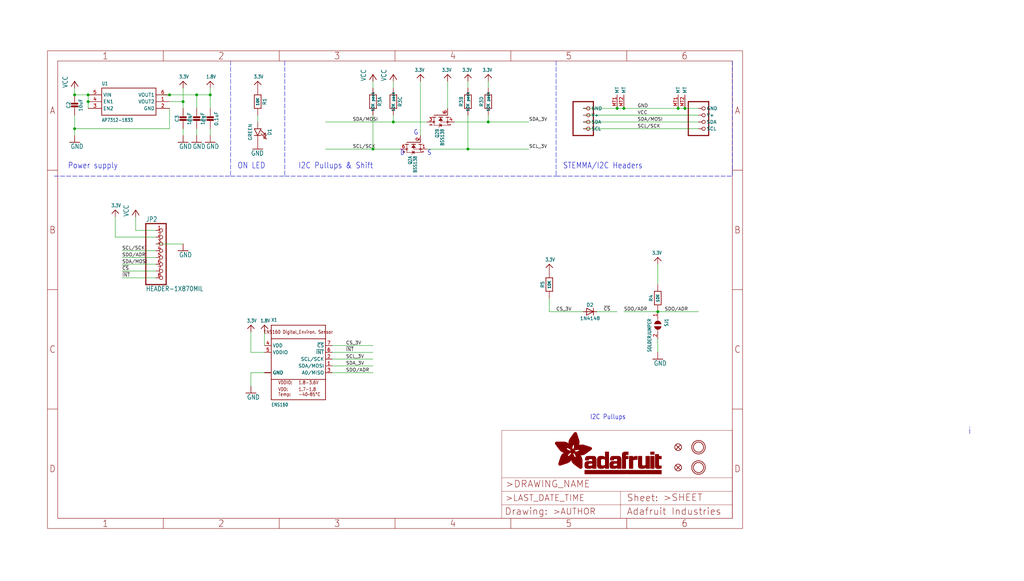
<source format=kicad_sch>
(kicad_sch (version 20211123) (generator eeschema)
  (paper "User" 383.54 217.881)
  (lib_symbols
    (symbol "eagleSchem-eagle-import:1.8V" (power)
      (property "Value" "1.8V" (at -1.524 1.016 0))
      (symbol "1.8V_1_0"
        (pin power_in line (at 0 -2.54 90) (length 2.54) (name "1.8V") (number "1"))
      )
    )
    (symbol "eagleSchem-eagle-import:3.3V" (power)
      (property "Value" "3.3V" (at -1.524 1.016 0))
      (symbol "3.3V_1_0"
        (pin power_in line (at 0 -2.54 90) (length 2.54) (name "3.3V") (number "1"))
      )
    )
    (symbol "eagleSchem-eagle-import:CAP_CERAMIC0603_NO"
      (property "Reference" "C" (at -2.29 1.25 90))
      (property "Value" "CAP_CERAMIC0603_NO" (at 2.3 1.25 90))
      (symbol "CAP_CERAMIC0603_NO_1_0"
        (pin passive line (at 0 5.08 270) (length 2.54) (name "1") (number "1"))
        (pin passive line (at 0 -2.54 90) (length 2.54) (name "2") (number "2"))
      )
    )
    (symbol "eagleSchem-eagle-import:CAP_CERAMIC0805-NOOUTLINE"
      (property "Reference" "C" (at -2.29 1.25 90))
      (property "Value" "CAP_CERAMIC0805-NOOUTLINE" (at 2.3 1.25 90))
      (symbol "CAP_CERAMIC0805-NOOUTLINE_1_0"
        (pin passive line (at 0 5.08 270) (length 2.54) (name "1") (number "1"))
        (pin passive line (at 0 -2.54 90) (length 2.54) (name "2") (number "2"))
      )
    )
    (symbol "eagleSchem-eagle-import:DIODESOD-323"
      (property "Reference" "D" (at 0 2.54 0))
      (property "Value" "DIODESOD-323" (at 0 -2.5 0))
      (symbol "DIODESOD-323_1_0"
        (pin passive line (at -2.54 0 0) (length 2.54) (name "A") (number "A"))
        (pin passive line (at 2.54 0 180) (length 2.54) (name "C") (number "C"))
      )
    )
    (symbol "eagleSchem-eagle-import:ENS160"
      (property "Reference" "X" (at -10.16 13.97 0))
      (property "Value" "ENS160" (at -10.16 -17.78 0))
      (symbol "ENS160_1_0"
        (text "-40~85°C" (at 0 -13.97 0) (effects (font (size 1.27 1.0795)) (justify left bottom)))
        (text "1.7-1.8" (at 0 -12.065 0) (effects (font (size 1.27 1.0795)) (justify left bottom)))
        (text "1.8-3.6V" (at 0 -9.525 0) (effects (font (size 1.27 1.0795)) (justify left bottom)))
        (text "ENS160 Digital_Environ. Sensor" (at 0 10.16 0) (effects (font (size 1.27 1.0795))))
        (text "Temp:" (at -7.62 -13.97 0) (effects (font (size 1.27 1.0795)) (justify left bottom)))
        (text "VDD:" (at -7.62 -12.065 0) (effects (font (size 1.27 1.0795)) (justify left bottom)))
        (text "VDDIO:" (at -7.62 -9.525 0) (effects (font (size 1.27 1.0795)) (justify left bottom)))
        (pin input line (at 12.7 -2.54 180) (length 2.54) (name "SDA/MOSI") (number "1"))
        (pin input line (at 12.7 0 180) (length 2.54) (name "SCL/SCK") (number "2"))
        (pin output line (at 12.7 -5.08 180) (length 2.54) (name "A0/MISO") (number "3"))
        (pin power_in line (at -12.7 5.08 0) (length 2.54) (name "VDD") (number "4"))
        (pin power_in line (at -12.7 2.54 0) (length 2.54) (name "VDDIO") (number "5"))
        (pin output line (at 12.7 2.54 180) (length 2.54) (name "~{INT}") (number "6"))
        (pin input line (at 12.7 5.08 180) (length 2.54) (name "~{CS}") (number "7"))
        (pin power_in line (at -12.7 -5.08 0) (length 2.54) (name "GND") (number "8"))
        (pin power_in line (at -12.7 -5.08 0) (length 2.54) (name "GND") (number "9"))
      )
    )
    (symbol "eagleSchem-eagle-import:FIDUCIAL_1MM")
    (symbol "eagleSchem-eagle-import:FRAME_A4_ADAFRUIT"
      (symbol "FRAME_A4_ADAFRUIT_1_0"
        (text "1" (at 21.6958 1.905 0) (effects (font (size 2.54 2.286))))
        (text "1" (at 21.6958 177.165 0) (effects (font (size 2.54 2.286))))
        (text "2" (at 65.0875 1.905 0) (effects (font (size 2.54 2.286))))
        (text "2" (at 65.0875 177.165 0) (effects (font (size 2.54 2.286))))
        (text "3" (at 108.4792 1.905 0) (effects (font (size 2.54 2.286))))
        (text "3" (at 108.4792 177.165 0) (effects (font (size 2.54 2.286))))
        (text "4" (at 151.8708 1.905 0) (effects (font (size 2.54 2.286))))
        (text "4" (at 151.8708 177.165 0) (effects (font (size 2.54 2.286))))
        (text "5" (at 195.2625 1.905 0) (effects (font (size 2.54 2.286))))
        (text "5" (at 195.2625 177.165 0) (effects (font (size 2.54 2.286))))
        (text "6" (at 238.6542 1.905 0) (effects (font (size 2.54 2.286))))
        (text "6" (at 238.6542 177.165 0) (effects (font (size 2.54 2.286))))
        (text ">AUTHOR" (at 189.23 5.08 0) (effects (font (size 2.286 2.286)) (justify left bottom)))
        (text ">DRAWING_NAME" (at 171.45 15.24 0) (effects (font (size 2.54 2.54)) (justify left bottom)))
        (text ">LAST_DATE_TIME" (at 171.45 10.16 0) (effects (font (size 2.286 2.286)) (justify left bottom)))
        (text ">SHEET" (at 230.505 10.16 0) (effects (font (size 2.54 2.54)) (justify left bottom)))
        (text "A" (at 1.905 156.6863 0) (effects (font (size 2.54 2.286))))
        (text "A" (at 258.445 156.6863 0) (effects (font (size 2.54 2.286))))
        (text "Adafruit Industries" (at 216.916 4.953 0) (effects (font (size 2.54 2.54)) (justify left bottom)))
        (text "B" (at 1.905 111.9188 0) (effects (font (size 2.54 2.286))))
        (text "B" (at 258.445 111.9188 0) (effects (font (size 2.54 2.286))))
        (text "C" (at 1.905 67.1513 0) (effects (font (size 2.54 2.286))))
        (text "C" (at 258.445 67.1513 0) (effects (font (size 2.54 2.286))))
        (text "D" (at 1.905 22.3838 0) (effects (font (size 2.54 2.286))))
        (text "D" (at 258.445 22.3838 0) (effects (font (size 2.54 2.286))))
        (text "Drawing:" (at 171.196 4.953 0) (effects (font (size 2.54 2.54)) (justify left bottom)))
        (text "Sheet:" (at 216.916 10.033 0) (effects (font (size 2.54 2.54)) (justify left bottom)))
      )
    )
    (symbol "eagleSchem-eagle-import:GND" (power)
      (property "Value" "GND" (at -2.54 -2.54 0))
      (symbol "GND_1_0"
        (pin power_in line (at 0 2.54 270) (length 2.54) (name "GND") (number "1"))
      )
    )
    (symbol "eagleSchem-eagle-import:HEADER-1X870MIL"
      (property "Reference" "JP" (at -6.35 13.335 0))
      (property "Value" "HEADER-1X870MIL" (at -6.35 -12.7 0))
      (symbol "HEADER-1X870MIL_1_0"
        (pin passive inverted (at -2.54 10.16 0) (length 2.54) (name "1") (number "1"))
        (pin passive inverted (at -2.54 7.62 0) (length 2.54) (name "2") (number "2"))
        (pin passive inverted (at -2.54 5.08 0) (length 2.54) (name "3") (number "3"))
        (pin passive inverted (at -2.54 2.54 0) (length 2.54) (name "4") (number "4"))
        (pin passive inverted (at -2.54 0 0) (length 2.54) (name "5") (number "5"))
        (pin passive inverted (at -2.54 -2.54 0) (length 2.54) (name "6") (number "6"))
        (pin passive inverted (at -2.54 -5.08 0) (length 2.54) (name "7") (number "7"))
        (pin passive inverted (at -2.54 -7.62 0) (length 2.54) (name "8") (number "8"))
      )
    )
    (symbol "eagleSchem-eagle-import:LED0603_NOOUTLINE"
      (property "Reference" "D" (at -1.27 4.445 0))
      (property "Value" "LED0603_NOOUTLINE" (at -1.27 -2.794 0))
      (symbol "LED0603_NOOUTLINE_1_0"
        (pin passive line (at -5.08 0 0) (length 2.54) (name "A") (number "A"))
        (pin passive line (at 2.54 0 180) (length 2.54) (name "C") (number "C"))
      )
    )
    (symbol "eagleSchem-eagle-import:MOSFET-N_DUAL"
      (property "Reference" "Q" (at 5.08 0.635 0))
      (property "Value" "MOSFET-N_DUAL" (at 5.08 -1.27 0))
      (symbol "MOSFET-N_DUAL_1_0"
        (text "D" (at 3.175 3.175 0) (effects (font (size 0.8128 0.6908)) (justify left bottom)))
        (text "G" (at -1.27 -1.905 0) (effects (font (size 0.8128 0.6908)) (justify left bottom)))
        (text "S" (at 3.175 -3.81 0) (effects (font (size 0.8128 0.6908)) (justify left bottom)))
        (pin bidirectional line (at 2.54 -5.08 90) (length 2.54) (name "S") (number "1"))
        (pin bidirectional line (at -2.54 -2.54 0) (length 2.54) (name "G") (number "2"))
        (pin bidirectional line (at 2.54 5.08 270) (length 2.54) (name "D") (number "6"))
      )
      (symbol "MOSFET-N_DUAL_2_0"
        (text "D" (at 3.175 3.175 0) (effects (font (size 0.8128 0.6908)) (justify left bottom)))
        (text "G" (at -1.27 -1.905 0) (effects (font (size 0.8128 0.6908)) (justify left bottom)))
        (text "S" (at 3.175 -3.81 0) (effects (font (size 0.8128 0.6908)) (justify left bottom)))
        (pin bidirectional line (at 2.54 5.08 270) (length 2.54) (name "D") (number "3"))
        (pin bidirectional line (at 2.54 -5.08 90) (length 2.54) (name "S") (number "4"))
        (pin bidirectional line (at -2.54 -2.54 0) (length 2.54) (name "G") (number "5"))
      )
    )
    (symbol "eagleSchem-eagle-import:MOUNTINGHOLE2.5")
    (symbol "eagleSchem-eagle-import:RESISTOR_0603_NOOUT"
      (property "Reference" "R" (at 0 2.54 0))
      (property "Value" "RESISTOR_0603_NOOUT" (at 0 0 0))
      (symbol "RESISTOR_0603_NOOUT_1_0"
        (pin passive line (at -5.08 0 0) (length 2.54) (name "1") (number "1"))
        (pin passive line (at 5.08 0 180) (length 2.54) (name "2") (number "2"))
      )
    )
    (symbol "eagleSchem-eagle-import:RESISTOR_4PACK"
      (property "Reference" "R" (at 0 2.54 0))
      (property "Value" "RESISTOR_4PACK" (at 0 0 0))
      (symbol "RESISTOR_4PACK_1_0"
        (pin passive line (at -5.08 0 0) (length 2.54) (name "1") (number "1"))
        (pin passive line (at 5.08 0 180) (length 2.54) (name "2") (number "8"))
      )
      (symbol "RESISTOR_4PACK_2_0"
        (pin passive line (at -5.08 0 0) (length 2.54) (name "1") (number "2"))
        (pin passive line (at 5.08 0 180) (length 2.54) (name "2") (number "7"))
      )
      (symbol "RESISTOR_4PACK_3_0"
        (pin passive line (at -5.08 0 0) (length 2.54) (name "1") (number "3"))
        (pin passive line (at 5.08 0 180) (length 2.54) (name "2") (number "6"))
      )
      (symbol "RESISTOR_4PACK_4_0"
        (pin passive line (at -5.08 0 0) (length 2.54) (name "1") (number "4"))
        (pin passive line (at 5.08 0 180) (length 2.54) (name "2") (number "5"))
      )
    )
    (symbol "eagleSchem-eagle-import:SOLDERJUMPER"
      (property "Reference" "SJ" (at -2.54 2.54 0))
      (property "Value" "SOLDERJUMPER" (at -2.54 -3.81 0))
      (symbol "SOLDERJUMPER_1_0"
        (pin passive line (at -5.08 0 0) (length 2.54) (name "1") (number "1"))
        (pin passive line (at 5.08 0 180) (length 2.54) (name "2") (number "2"))
      )
    )
    (symbol "eagleSchem-eagle-import:STEMMA_I2C_QT"
      (symbol "STEMMA_I2C_QT_1_0"
        (pin passive inverted (at 0 5.08 0) (length 2.54) (name "GND") (number "1"))
        (pin passive inverted (at 0 2.54 0) (length 2.54) (name "V+") (number "2"))
        (pin passive inverted (at 0 0 0) (length 2.54) (name "SDA") (number "3"))
        (pin passive inverted (at 0 -2.54 0) (length 2.54) (name "SCL") (number "4"))
      )
      (symbol "STEMMA_I2C_QT_2_0"
        (pin bidirectional line (at 0 0 0) (length 5.08) (name "MT") (number "MT1"))
      )
      (symbol "STEMMA_I2C_QT_3_0"
        (pin bidirectional line (at 0 0 0) (length 5.08) (name "MT") (number "MT2"))
      )
    )
    (symbol "eagleSchem-eagle-import:VCC" (power)
      (property "Value" "VCC" (at -2.54 -2.54 90))
      (symbol "VCC_1_0"
        (pin power_in line (at 0 -2.54 90) (length 2.54) (name "VCC") (number "1"))
      )
    )
    (symbol "eagleSchem-eagle-import:VREG_SOT23-6_DUALAP7312"
      (property "Reference" "U" (at -10.16 6.096 0))
      (property "Value" "VREG_SOT23-6_DUALAP7312" (at -10.16 -7.62 0))
      (symbol "VREG_SOT23-6_DUALAP7312_1_0"
        (pin bidirectional line (at 15.24 0 180) (length 5.08) (name "VOUT2") (number "1"))
        (pin bidirectional line (at 15.24 -2.54 180) (length 5.08) (name "GND") (number "2"))
        (pin bidirectional line (at -15.24 -2.54 0) (length 5.08) (name "EN2") (number "3"))
        (pin bidirectional line (at -15.24 0 0) (length 5.08) (name "EN1") (number "4"))
        (pin bidirectional line (at -15.24 2.54 0) (length 5.08) (name "VIN") (number "5"))
        (pin bidirectional line (at 15.24 2.54 180) (length 5.08) (name "VOUT1") (number "6"))
      )
    )
  )
  (junction (at 33.02 38.1))
  (junction (at 231.14 40.64))
  (junction (at 68.58 38.1))
  (junction (at 233.68 40.64))
  (junction (at 147.32 45.72))
  (junction (at 256.54 40.64))
  (junction (at 27.94 48.26))
  (junction (at 254 40.64))
  (junction (at 63.5 35.56))
  (junction (at 182.88 45.72))
  (junction (at 246.38 116.84))
  (junction (at 175.26 55.88))
  (junction (at 27.94 35.56))
  (junction (at 139.7 55.88))
  (junction (at 33.02 35.56))
  (junction (at 78.74 35.56))
  (junction (at 73.66 35.56))
  (wire (pts (xy 58.42 104.14) (xy 45.72 104.14)))
  (wire (pts (xy 73.66 40.64) (xy 73.66 35.56)))
  (wire (pts (xy 63.5 48.26) (xy 27.94 48.26)))
  (wire (pts (xy 147.32 33.02) (xy 147.32 30.48)))
  (wire (pts (xy 58.42 86.36) (xy 50.8 86.36)))
  (wire (pts (xy 73.66 35.56) (xy 78.74 35.56)))
  (wire (pts (xy 99.06 129.54) (xy 99.06 124.46)))
  (wire (pts (xy 182.88 45.72) (xy 198.12 45.72)))
  (polyline (pts (xy 20.32 66.04) (xy 86.36 66.04)))
  (wire (pts (xy 139.7 134.62) (xy 124.46 134.62)))
  (wire (pts (xy 147.32 43.18) (xy 147.32 45.72)))
  (wire (pts (xy 256.54 40.64) (xy 254 40.64)))
  (wire (pts (xy 261.62 40.64) (xy 256.54 40.64)))
  (wire (pts (xy 124.46 132.08) (xy 139.7 132.08)))
  (wire (pts (xy 175.26 55.88) (xy 198.12 55.88)))
  (wire (pts (xy 175.26 43.18) (xy 175.26 55.88)))
  (wire (pts (xy 205.74 116.84) (xy 205.74 111.76)))
  (polyline (pts (xy 208.28 66.04) (xy 274.32 66.04)))
  (wire (pts (xy 78.74 35.56) (xy 78.74 40.64)))
  (wire (pts (xy 58.42 101.6) (xy 45.72 101.6)))
  (wire (pts (xy 246.38 116.84) (xy 233.68 116.84)))
  (wire (pts (xy 139.7 43.18) (xy 139.7 55.88)))
  (polyline (pts (xy 274.32 22.86) (xy 274.32 66.04)))
  (wire (pts (xy 160.02 55.88) (xy 175.26 55.88)))
  (wire (pts (xy 33.02 38.1) (xy 33.02 40.64)))
  (wire (pts (xy 139.7 139.7) (xy 124.46 139.7)))
  (wire (pts (xy 182.88 43.18) (xy 182.88 45.72)))
  (wire (pts (xy 218.44 48.26) (xy 261.62 48.26)))
  (wire (pts (xy 175.26 33.02) (xy 175.26 30.48)))
  (polyline (pts (xy 363.22 162.56) (xy 363.22 160.02)))
  (polyline (pts (xy 208.28 22.86) (xy 208.28 66.04)))
  (wire (pts (xy 233.68 40.64) (xy 231.14 40.64)))
  (wire (pts (xy 58.42 96.52) (xy 45.72 96.52)))
  (wire (pts (xy 58.42 93.98) (xy 45.72 93.98)))
  (wire (pts (xy 246.38 116.84) (xy 261.62 116.84)))
  (wire (pts (xy 27.94 33.02) (xy 27.94 35.56)))
  (wire (pts (xy 27.94 35.56) (xy 33.02 35.56)))
  (wire (pts (xy 167.64 40.64) (xy 167.64 30.48)))
  (wire (pts (xy 147.32 45.72) (xy 121.92 45.72)))
  (wire (pts (xy 218.44 43.18) (xy 261.62 43.18)))
  (wire (pts (xy 68.58 38.1) (xy 68.58 40.64)))
  (polyline (pts (xy 106.68 66.04) (xy 208.28 66.04)))
  (wire (pts (xy 27.94 48.26) (xy 27.94 43.18)))
  (wire (pts (xy 218.44 116.84) (xy 205.74 116.84)))
  (wire (pts (xy 170.18 45.72) (xy 182.88 45.72)))
  (wire (pts (xy 231.14 40.64) (xy 218.44 40.64)))
  (wire (pts (xy 58.42 88.9) (xy 43.18 88.9)))
  (wire (pts (xy 261.62 45.72) (xy 218.44 45.72)))
  (wire (pts (xy 43.18 88.9) (xy 43.18 81.28)))
  (wire (pts (xy 99.06 132.08) (xy 93.98 132.08)))
  (wire (pts (xy 99.06 139.7) (xy 93.98 139.7)))
  (wire (pts (xy 63.5 40.64) (xy 63.5 48.26)))
  (wire (pts (xy 33.02 38.1) (xy 33.02 35.56)))
  (wire (pts (xy 160.02 45.72) (xy 147.32 45.72)))
  (wire (pts (xy 50.8 86.36) (xy 50.8 81.28)))
  (wire (pts (xy 223.52 116.84) (xy 231.14 116.84)))
  (wire (pts (xy 93.98 139.7) (xy 93.98 144.78)))
  (wire (pts (xy 139.7 55.88) (xy 121.92 55.88)))
  (wire (pts (xy 254 40.64) (xy 233.68 40.64)))
  (wire (pts (xy 182.88 33.02) (xy 182.88 30.48)))
  (wire (pts (xy 157.48 50.8) (xy 157.48 30.48)))
  (wire (pts (xy 124.46 129.54) (xy 139.7 129.54)))
  (polyline (pts (xy 86.36 66.04) (xy 106.68 66.04)))
  (wire (pts (xy 78.74 33.02) (xy 78.74 35.56)))
  (wire (pts (xy 96.52 45.72) (xy 96.52 43.18)))
  (wire (pts (xy 68.58 33.02) (xy 68.58 38.1)))
  (polyline (pts (xy 86.36 22.86) (xy 86.36 66.04)))
  (wire (pts (xy 27.94 48.26) (xy 27.94 50.8)))
  (wire (pts (xy 78.74 48.26) (xy 78.74 50.8)))
  (wire (pts (xy 246.38 132.08) (xy 246.38 127)))
  (wire (pts (xy 73.66 48.26) (xy 73.66 50.8)))
  (wire (pts (xy 93.98 132.08) (xy 93.98 124.46)))
  (wire (pts (xy 68.58 48.26) (xy 68.58 50.8)))
  (wire (pts (xy 63.5 35.56) (xy 73.66 35.56)))
  (wire (pts (xy 149.86 55.88) (xy 139.7 55.88)))
  (wire (pts (xy 60.96 35.56) (xy 63.5 35.56)))
  (wire (pts (xy 58.42 99.06) (xy 45.72 99.06)))
  (wire (pts (xy 124.46 137.16) (xy 139.7 137.16)))
  (wire (pts (xy 63.5 38.1) (xy 68.58 38.1)))
  (wire (pts (xy 246.38 106.68) (xy 246.38 99.06)))
  (polyline (pts (xy 106.68 22.86) (xy 106.68 66.04)))
  (wire (pts (xy 58.42 91.44) (xy 68.58 91.44)))
  (wire (pts (xy 139.7 30.48) (xy 139.7 33.02)))
  (text "I2C Pullups & Shift" (at 111.76 63.5 180) (effects (font (size 2.1844 1.8567)) (justify left bottom)))
  (text "Power supply" (at 25.4 63.5 180) (effects (font (size 2.1844 1.8567)) (justify left bottom)))
  (text "ON LED" (at 88.9 63.5 180) (effects (font (size 2.1844 1.8567)) (justify left bottom)))
  (text "I2C Pullups" (at 220.98 157.48 180) (effects (font (size 1.778 1.5113)) (justify left bottom)))
  (text "STEMMA/I2C Headers" (at 210.82 63.5 180) (effects (font (size 2.1844 1.8567)) (justify left bottom)))
  (text "D" (at 149.86 58.42 180) (effects (font (size 1.778 1.5113)) (justify left bottom)))
  (text "G" (at 154.94 50.8 180) (effects (font (size 1.778 1.5113)) (justify left bottom)))
  (text "S" (at 160.02 58.42 180) (effects (font (size 1.778 1.5113)) (justify left bottom)))
  (label "SDA_3V" (at 198.12 45.72 0) (effects (font (size 1.2446 1.2446))))
  (label "CS_3V" (at 129.54 129.54 0) (effects (font (size 1.2446 1.2446))))
  (label "~{CS}" (at 226.06 116.84 0) (effects (font (size 1.2446 1.2446))))
  (label "SDO/ADR" (at 129.54 139.7 0) (effects (font (size 1.2446 1.2446))))
  (label "SDO/ADR" (at 45.72 96.52 0) (effects (font (size 1.2446 1.2446))))
  (label "SDA/MOSI" (at 45.72 99.06 0) (effects (font (size 1.2446 1.2446))))
  (label "SDA/MOSI" (at 238.76 45.72 0) (effects (font (size 1.2446 1.2446))))
  (label "SCL/SCK" (at 238.76 48.26 0) (effects (font (size 1.2446 1.2446))))
  (label "SCL/SCK" (at 132.08 55.88 0) (effects (font (size 1.2446 1.2446))))
  (label "SDO/ADR" (at 233.68 116.84 0) (effects (font (size 1.2446 1.2446))))
  (label "SCL/SCK" (at 45.72 93.98 0) (effects (font (size 1.2446 1.2446))))
  (label "SDA_3V" (at 129.54 137.16 0) (effects (font (size 1.2446 1.2446))))
  (label "CS_3V" (at 208.28 116.84 0) (effects (font (size 1.2446 1.2446))))
  (label "~{INT}" (at 129.54 132.08 0) (effects (font (size 1.2446 1.2446))))
  (label "VCC" (at 238.76 43.18 0) (effects (font (size 1.2446 1.2446))))
  (label "~{CS}" (at 45.72 101.6 0) (effects (font (size 1.2446 1.2446))))
  (label "GND" (at 238.76 40.64 0) (effects (font (size 1.2446 1.2446))))
  (label "SCL_3V" (at 198.12 55.88 0) (effects (font (size 1.2446 1.2446))))
  (label "~{INT}" (at 45.72 104.14 0) (effects (font (size 1.2446 1.2446))))
  (label "SCL_3V" (at 129.54 134.62 0) (effects (font (size 1.2446 1.2446))))
  (label "SDA/MOSI" (at 132.08 45.72 0) (effects (font (size 1.2446 1.2446))))
  (label "SDO/ADR" (at 248.92 116.84 0) (effects (font (size 1.2446 1.2446))))
  (symbol (lib_id "eagleSchem-eagle-import:MOUNTINGHOLE2.5") (at 261.62 167.64 0) (unit 1)
    (property "Reference" "U$17" (effects hide))
    (property "Value" "MOUNTINGHOLE2.5" (effects hide))
    (property "Footprint" "eagleSchem:MOUNTINGHOLE_2.5_PLATED" (effects hide))
  )
  (symbol (lib_id "eagleSchem-eagle-import:FIDUCIAL_1MM") (at 254 167.64 0) (unit 1)
    (property "Reference" "FID4" (effects hide))
    (property "Value" "FIDUCIAL_1MM" (effects hide))
    (property "Footprint" "eagleSchem:FIDUCIAL_1MM" (effects hide))
  )
  (symbol (lib_id "eagleSchem-eagle-import:VCC") (at 50.8 78.74 0) (unit 1)
    (property "Reference" "#P+4" (effects hide))
    (property "Value" "VCC" (at 48.26 81.28 90) (effects (font (size 1.778 1.5113)) (justify left bottom)))
    (property "Footprint" "eagleSchem:" (effects hide))
  )
  (symbol (lib_id "eagleSchem-eagle-import:GND") (at 73.66 53.34 0) (unit 1)
    (property "Reference" "#U$2" (effects hide))
    (property "Value" "GND" (at 72.136 55.88 0) (effects (font (size 1.778 1.5113)) (justify left bottom)))
    (property "Footprint" "eagleSchem:" (effects hide))
  )
  (symbol (lib_id "eagleSchem-eagle-import:GND") (at 93.98 147.32 0) (unit 1)
    (property "Reference" "#U$19" (effects hide))
    (property "Value" "GND" (at 92.456 149.86 0) (effects (font (size 1.778 1.5113)) (justify left bottom)))
    (property "Footprint" "eagleSchem:" (effects hide))
  )
  (symbol (lib_id "eagleSchem-eagle-import:3.3V") (at 157.48 27.94 0) (mirror y) (unit 1)
    (property "Reference" "#U$26" (effects hide))
    (property "Value" "3.3V" (at 159.004 26.924 0) (effects (font (size 1.27 1.0795)) (justify left bottom)))
    (property "Footprint" "eagleSchem:" (effects hide))
  )
  (symbol (lib_id "eagleSchem-eagle-import:3.3V") (at 93.98 121.92 0) (unit 1)
    (property "Reference" "#U$12" (effects hide))
    (property "Value" "3.3V" (at 92.456 120.904 0) (effects (font (size 1.27 1.0795)) (justify left bottom)))
    (property "Footprint" "eagleSchem:" (effects hide))
  )
  (symbol (lib_id "eagleSchem-eagle-import:GND") (at 68.58 53.34 0) (unit 1)
    (property "Reference" "#U$5" (effects hide))
    (property "Value" "GND" (at 67.056 55.88 0) (effects (font (size 1.778 1.5113)) (justify left bottom)))
    (property "Footprint" "eagleSchem:" (effects hide))
  )
  (symbol (lib_id "eagleSchem-eagle-import:CAP_CERAMIC0805-NOOUTLINE") (at 27.94 40.64 0) (unit 1)
    (property "Reference" "C2" (at 25.65 39.39 90))
    (property "Value" "10uF" (at 30.24 39.39 90))
    (property "Footprint" "eagleSchem:0805-NO" (effects hide))
  )
  (symbol (lib_id "eagleSchem-eagle-import:3.3V") (at 167.64 27.94 0) (mirror y) (unit 1)
    (property "Reference" "#U$23" (effects hide))
    (property "Value" "3.3V" (at 169.164 26.924 0) (effects (font (size 1.27 1.0795)) (justify left bottom)))
    (property "Footprint" "eagleSchem:" (effects hide))
  )
  (symbol (lib_id "eagleSchem-eagle-import:3.3V") (at 175.26 27.94 0) (mirror y) (unit 1)
    (property "Reference" "#U$24" (effects hide))
    (property "Value" "3.3V" (at 176.784 26.924 0) (effects (font (size 1.27 1.0795)) (justify left bottom)))
    (property "Footprint" "eagleSchem:" (effects hide))
  )
  (symbol (lib_id "eagleSchem-eagle-import:FIDUCIAL_1MM") (at 254 175.26 0) (unit 1)
    (property "Reference" "FID3" (effects hide))
    (property "Value" "FIDUCIAL_1MM" (effects hide))
    (property "Footprint" "eagleSchem:FIDUCIAL_1MM" (effects hide))
  )
  (symbol (lib_id "eagleSchem-eagle-import:1.8V") (at 99.06 121.92 0) (unit 1)
    (property "Reference" "#U$14" (effects hide))
    (property "Value" "1.8V" (at 97.536 120.904 0) (effects (font (size 1.27 1.0795)) (justify left bottom)))
    (property "Footprint" "eagleSchem:" (effects hide))
  )
  (symbol (lib_id "eagleSchem-eagle-import:GND") (at 78.74 53.34 0) (unit 1)
    (property "Reference" "#U$6" (effects hide))
    (property "Value" "GND" (at 77.216 55.88 0) (effects (font (size 1.778 1.5113)) (justify left bottom)))
    (property "Footprint" "eagleSchem:" (effects hide))
  )
  (symbol (lib_id "eagleSchem-eagle-import:MOUNTINGHOLE2.5") (at 261.62 175.26 0) (unit 1)
    (property "Reference" "U$1" (effects hide))
    (property "Value" "MOUNTINGHOLE2.5" (effects hide))
    (property "Footprint" "eagleSchem:MOUNTINGHOLE_2.5_PLATED" (effects hide))
  )
  (symbol (lib_id "eagleSchem-eagle-import:ENS160") (at 111.76 134.62 0) (unit 1)
    (property "Reference" "X1" (at 101.6 120.65 0) (effects (font (size 1.27 1.0795)) (justify left bottom)))
    (property "Value" "ENS160" (at 101.6 152.4 0) (effects (font (size 1.27 1.0795)) (justify left bottom)))
    (property "Footprint" "eagleSchem:ENS160" (effects hide))
  )
  (symbol (lib_id "eagleSchem-eagle-import:3.3V") (at 96.52 30.48 0) (unit 1)
    (property "Reference" "#U$3" (effects hide))
    (property "Value" "3.3V" (at 94.996 29.464 0) (effects (font (size 1.27 1.0795)) (justify left bottom)))
    (property "Footprint" "eagleSchem:" (effects hide))
  )
  (symbol (lib_id "eagleSchem-eagle-import:RESISTOR_0603_NOOUT") (at 205.74 106.68 90) (unit 1)
    (property "Reference" "R5" (at 203.2 106.68 0))
    (property "Value" "10K" (at 205.74 106.68 0) (effects (font (size 1.016 1.016) bold)))
    (property "Footprint" "eagleSchem:0603-NO" (effects hide))
  )
  (symbol (lib_id "eagleSchem-eagle-import:MOSFET-N_DUAL") (at 165.1 43.18 90) (mirror x) (unit 2)
    (property "Reference" "Q2" (at 164.465 48.26 0) (effects (font (size 1.27 1.0795)) (justify left bottom)))
    (property "Value" "BSS138" (at 166.37 48.26 0) (effects (font (size 1.27 1.0795)) (justify left bottom)))
    (property "Footprint" "eagleSchem:SOT363" (effects hide))
  )
  (symbol (lib_id "eagleSchem-eagle-import:RESISTOR_4PACK") (at 182.88 38.1 90) (mirror x) (unit 4)
    (property "Reference" "R3" (at 180.34 38.1 0))
    (property "Value" "10K pack" (at 182.88 38.1 0) (effects (font (size 1.016 1.016) bold)))
    (property "Footprint" "eagleSchem:RESPACK_4X0603" (effects hide))
  )
  (symbol (lib_id "eagleSchem-eagle-import:CAP_CERAMIC0805-NOOUTLINE") (at 73.66 45.72 0) (unit 1)
    (property "Reference" "C4" (at 71.37 44.47 90))
    (property "Value" "10uF" (at 75.96 44.47 90))
    (property "Footprint" "eagleSchem:0805-NO" (effects hide))
  )
  (symbol (lib_id "eagleSchem-eagle-import:GND") (at 68.58 93.98 0) (unit 1)
    (property "Reference" "#U$10" (effects hide))
    (property "Value" "GND" (at 67.056 96.52 0) (effects (font (size 1.778 1.5113)) (justify left bottom)))
    (property "Footprint" "eagleSchem:" (effects hide))
  )
  (symbol (lib_id "eagleSchem-eagle-import:CAP_CERAMIC0603_NO") (at 78.74 45.72 0) (unit 1)
    (property "Reference" "C1" (at 76.45 44.47 90))
    (property "Value" "0.1uF" (at 81.04 44.47 90))
    (property "Footprint" "eagleSchem:0603-NO" (effects hide))
  )
  (symbol (lib_id "eagleSchem-eagle-import:SOLDERJUMPER") (at 246.38 121.92 270) (unit 1)
    (property "Reference" "SJ1" (at 248.92 119.38 0) (effects (font (size 1.27 1.0795)) (justify left bottom)))
    (property "Value" "SOLDERJUMPER" (at 242.57 119.38 0) (effects (font (size 1.27 1.0795)) (justify left bottom)))
    (property "Footprint" "eagleSchem:SOLDERJUMPER_ARROW_NOPASTE" (effects hide))
  )
  (symbol (lib_id "eagleSchem-eagle-import:3.3V") (at 68.58 30.48 0) (unit 1)
    (property "Reference" "#U$15" (effects hide))
    (property "Value" "3.3V" (at 67.056 29.464 0) (effects (font (size 1.27 1.0795)) (justify left bottom)))
    (property "Footprint" "eagleSchem:" (effects hide))
  )
  (symbol (lib_id "eagleSchem-eagle-import:3.3V") (at 43.18 78.74 0) (unit 1)
    (property "Reference" "#U$16" (effects hide))
    (property "Value" "3.3V" (at 41.656 77.724 0) (effects (font (size 1.27 1.0795)) (justify left bottom)))
    (property "Footprint" "eagleSchem:" (effects hide))
  )
  (symbol (lib_id "eagleSchem-eagle-import:3.3V") (at 246.38 96.52 0) (mirror y) (unit 1)
    (property "Reference" "#U$8" (effects hide))
    (property "Value" "3.3V" (at 247.904 95.504 0) (effects (font (size 1.27 1.0795)) (justify left bottom)))
    (property "Footprint" "eagleSchem:" (effects hide))
  )
  (symbol (lib_id "eagleSchem-eagle-import:RESISTOR_4PACK") (at 147.32 38.1 270) (unit 3)
    (property "Reference" "R3" (at 149.86 38.1 0))
    (property "Value" "10K pack" (at 147.32 38.1 0) (effects (font (size 1.016 1.016) bold)))
    (property "Footprint" "eagleSchem:RESPACK_4X0603" (effects hide))
  )
  (symbol (lib_id "eagleSchem-eagle-import:RESISTOR_4PACK") (at 139.7 38.1 270) (unit 1)
    (property "Reference" "R3" (at 142.24 38.1 0))
    (property "Value" "10K pack" (at 139.7 38.1 0) (effects (font (size 1.016 1.016) bold)))
    (property "Footprint" "eagleSchem:RESPACK_4X0603" (effects hide))
  )
  (symbol (lib_id "eagleSchem-eagle-import:VCC") (at 139.7 27.94 0) (unit 1)
    (property "Reference" "#P+1" (effects hide))
    (property "Value" "VCC" (at 137.16 30.48 90) (effects (font (size 1.778 1.5113)) (justify left bottom)))
    (property "Footprint" "eagleSchem:" (effects hide))
  )
  (symbol (lib_id "eagleSchem-eagle-import:STEMMA_I2C_QT") (at 256.54 40.64 90) (unit 3)
    (property "Reference" "CONN4" (effects hide))
    (property "Value" "STEMMA_I2C_QT" (effects hide))
    (property "Footprint" "eagleSchem:JST_SH4" (effects hide))
  )
  (symbol (lib_id "eagleSchem-eagle-import:RESISTOR_0603_NOOUT") (at 96.52 38.1 270) (unit 1)
    (property "Reference" "R1" (at 99.06 38.1 0))
    (property "Value" "10K" (at 96.52 38.1 0) (effects (font (size 1.016 1.016) bold)))
    (property "Footprint" "eagleSchem:0603-NO" (effects hide))
  )
  (symbol (lib_id "eagleSchem-eagle-import:GND") (at 27.94 53.34 0) (unit 1)
    (property "Reference" "#U$13" (effects hide))
    (property "Value" "GND" (at 26.416 55.88 0) (effects (font (size 1.778 1.5113)) (justify left bottom)))
    (property "Footprint" "eagleSchem:" (effects hide))
  )
  (symbol (lib_id "eagleSchem-eagle-import:VCC") (at 147.32 27.94 0) (unit 1)
    (property "Reference" "#P+2" (effects hide))
    (property "Value" "VCC" (at 144.78 30.48 90) (effects (font (size 1.778 1.5113)) (justify left bottom)))
    (property "Footprint" "eagleSchem:" (effects hide))
  )
  (symbol (lib_id "eagleSchem-eagle-import:3.3V") (at 205.74 99.06 0) (unit 1)
    (property "Reference" "#U$42" (effects hide))
    (property "Value" "3.3V" (at 204.216 98.044 0) (effects (font (size 1.27 1.0795)) (justify left bottom)))
    (property "Footprint" "eagleSchem:" (effects hide))
  )
  (symbol (lib_id "eagleSchem-eagle-import:RESISTOR_4PACK") (at 175.26 38.1 90) (mirror x) (unit 2)
    (property "Reference" "R3" (at 172.72 38.1 0))
    (property "Value" "10K pack" (at 175.26 38.1 0) (effects (font (size 1.016 1.016) bold)))
    (property "Footprint" "eagleSchem:RESPACK_4X0603" (effects hide))
  )
  (symbol (lib_id "eagleSchem-eagle-import:VCC") (at 27.94 30.48 0) (unit 1)
    (property "Reference" "#P+3" (effects hide))
    (property "Value" "VCC" (at 25.4 33.02 90) (effects (font (size 1.778 1.5113)) (justify left bottom)))
    (property "Footprint" "eagleSchem:" (effects hide))
  )
  (symbol (lib_id "eagleSchem-eagle-import:CAP_CERAMIC0805-NOOUTLINE") (at 68.58 45.72 0) (unit 1)
    (property "Reference" "C3" (at 66.29 44.47 90))
    (property "Value" "10uF" (at 70.88 44.47 90))
    (property "Footprint" "eagleSchem:0805-NO" (effects hide))
  )
  (symbol (lib_id "eagleSchem-eagle-import:GND") (at 246.38 134.62 0) (unit 1)
    (property "Reference" "#U$9" (effects hide))
    (property "Value" "GND" (at 244.856 137.16 0) (effects (font (size 1.778 1.5113)) (justify left bottom)))
    (property "Footprint" "eagleSchem:" (effects hide))
  )
  (symbol (lib_id "eagleSchem-eagle-import:FRAME_A4_ADAFRUIT") (at 17.78 198.12 0) (unit 1)
    (property "Reference" "#U$18" (effects hide))
    (property "Value" "FRAME_A4_ADAFRUIT" (effects hide))
    (property "Footprint" "eagleSchem:" (effects hide))
  )
  (symbol (lib_id "eagleSchem-eagle-import:RESISTOR_0603_NOOUT") (at 246.38 111.76 90) (unit 1)
    (property "Reference" "R4" (at 243.84 111.76 0))
    (property "Value" "10K" (at 246.38 111.76 0) (effects (font (size 1.016 1.016) bold)))
    (property "Footprint" "eagleSchem:0603-NO" (effects hide))
  )
  (symbol (lib_id "eagleSchem-eagle-import:LED0603_NOOUTLINE") (at 96.52 50.8 270) (unit 1)
    (property "Reference" "D1" (at 100.965 49.53 0))
    (property "Value" "GREEN" (at 93.726 49.53 0))
    (property "Footprint" "eagleSchem:CHIPLED_0603_NOOUTLINE" (effects hide))
  )
  (symbol (lib_id "eagleSchem-eagle-import:GND") (at 96.52 55.88 0) (unit 1)
    (property "Reference" "#GND6" (effects hide))
    (property "Value" "GND" (at 93.98 58.42 0) (effects (font (size 1.778 1.5113)) (justify left bottom)))
    (property "Footprint" "eagleSchem:" (effects hide))
  )
  (symbol (lib_id "eagleSchem-eagle-import:STEMMA_I2C_QT") (at 261.62 45.72 0) (unit 1)
    (property "Reference" "CONN4" (effects hide))
    (property "Value" "STEMMA_I2C_QT" (effects hide))
    (property "Footprint" "eagleSchem:JST_SH4" (effects hide))
  )
  (symbol (lib_id "eagleSchem-eagle-import:1.8V") (at 78.74 30.48 0) (unit 1)
    (property "Reference" "#U$11" (effects hide))
    (property "Value" "1.8V" (at 77.216 29.464 0) (effects (font (size 1.27 1.0795)) (justify left bottom)))
    (property "Footprint" "eagleSchem:" (effects hide))
  )
  (symbol (lib_id "eagleSchem-eagle-import:HEADER-1X870MIL") (at 60.96 96.52 0) (unit 1)
    (property "Reference" "JP2" (at 54.61 83.185 0) (effects (font (size 1.778 1.5113)) (justify left bottom)))
    (property "Value" "HEADER-1X870MIL" (at 54.61 109.22 0) (effects (font (size 1.778 1.5113)) (justify left bottom)))
    (property "Footprint" "eagleSchem:1X08_ROUND_70" (effects hide))
  )
  (symbol (lib_id "eagleSchem-eagle-import:STEMMA_I2C_QT") (at 254 40.64 90) (unit 2)
    (property "Reference" "CONN4" (effects hide))
    (property "Value" "STEMMA_I2C_QT" (effects hide))
    (property "Footprint" "eagleSchem:JST_SH4" (effects hide))
  )
  (symbol (lib_id "eagleSchem-eagle-import:STEMMA_I2C_QT") (at 233.68 40.64 90) (unit 3)
    (property "Reference" "CONN3" (effects hide))
    (property "Value" "STEMMA_I2C_QT" (effects hide))
    (property "Footprint" "eagleSchem:JST_SH4" (effects hide))
  )
  (symbol (lib_id "eagleSchem-eagle-import:STEMMA_I2C_QT") (at 231.14 40.64 90) (unit 2)
    (property "Reference" "CONN3" (effects hide))
    (property "Value" "STEMMA_I2C_QT" (effects hide))
    (property "Footprint" "eagleSchem:JST_SH4" (effects hide))
  )
  (symbol (lib_id "eagleSchem-eagle-import:MOSFET-N_DUAL") (at 154.94 53.34 90) (mirror x) (unit 1)
    (property "Reference" "Q2" (at 154.305 58.42 0) (effects (font (size 1.27 1.0795)) (justify left bottom)))
    (property "Value" "BSS138" (at 156.21 58.42 0) (effects (font (size 1.27 1.0795)) (justify left bottom)))
    (property "Footprint" "eagleSchem:SOT363" (effects hide))
  )
  (symbol (lib_id "eagleSchem-eagle-import:DIODESOD-323") (at 220.98 116.84 0) (unit 1)
    (property "Reference" "D2" (at 220.98 114.3 0))
    (property "Value" "1N4148" (at 220.98 119.34 0))
    (property "Footprint" "eagleSchem:SOD-323" (effects hide))
  )
  (symbol (lib_id "eagleSchem-eagle-import:STEMMA_I2C_QT") (at 218.44 45.72 0) (unit 1)
    (property "Reference" "CONN3" (effects hide))
    (property "Value" "STEMMA_I2C_QT" (effects hide))
    (property "Footprint" "eagleSchem:JST_SH4" (effects hide))
  )
  (symbol (lib_id "eagleSchem-eagle-import:3.3V") (at 182.88 27.94 0) (mirror y) (unit 1)
    (property "Reference" "#U$7" (effects hide))
    (property "Value" "3.3V" (at 184.404 26.924 0) (effects (font (size 1.27 1.0795)) (justify left bottom)))
    (property "Footprint" "eagleSchem:" (effects hide))
  )
  (symbol (lib_id "eagleSchem-eagle-import:VREG_SOT23-6_DUALAP7312") (at 48.26 38.1 0) (unit 1)
    (property "Reference" "U1" (at 38.1 32.004 0) (effects (font (size 1.27 1.0795)) (justify left bottom)))
    (property "Value" "AP7312-1833" (at 38.1 45.72 0) (effects (font (size 1.27 1.0795)) (justify left bottom)))
    (property "Footprint" "eagleSchem:SOT23-6" (effects hide))
  )
)
</source>
